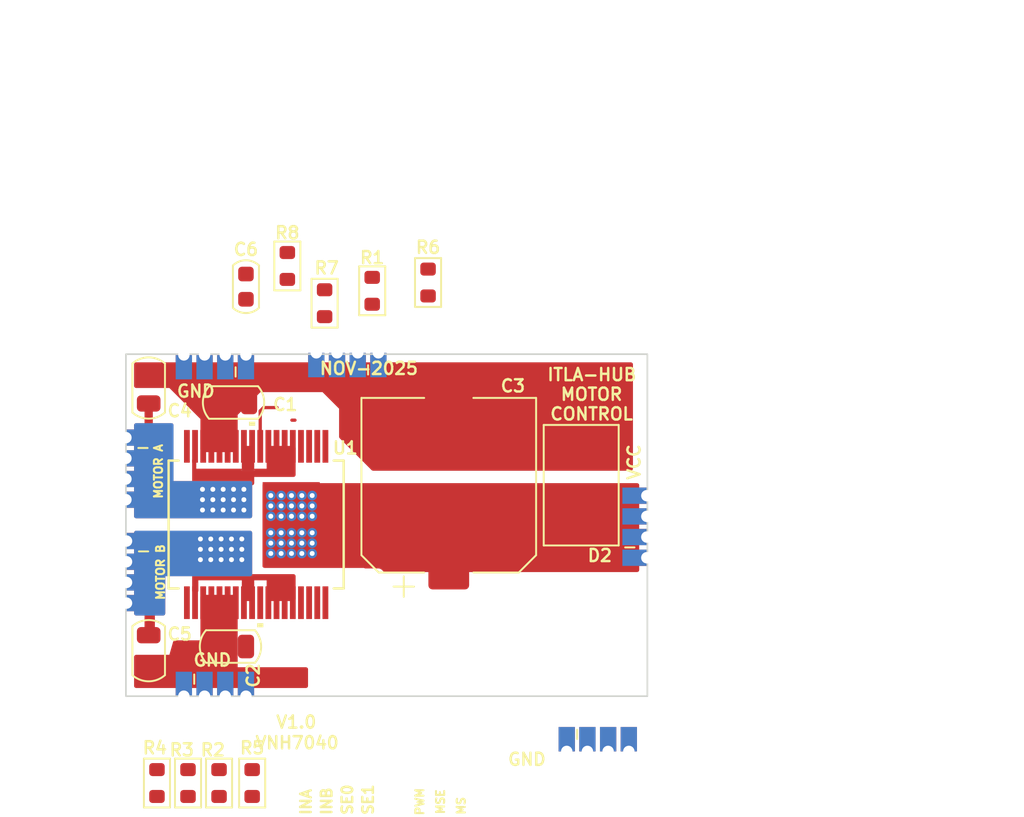
<source format=kicad_pcb>
(kicad_pcb (version 20241229) (generator "pcbnew") (generator_version "9.0")
  (layers (0 "F.Cu" signal) (2 "B.Cu" signal) (13 "F.Paste" user) (15 "B.Paste" user) (5 "F.SilkS" user "F.Silkscreen") (7 "B.SilkS" user "B.Silkscreen") (1 "F.Mask" user) (3 "B.Mask" user) (25 "Edge.Cuts" user))
  (net 0 "")
  (net 1 "GND")
  (net 5 "Net-(U1-Sel1)")
  (net 6 "Net-(U1-Sel0)")
  (net 7 "Net-(U1-Input_A)")
  (net 8 "Net-(U1-Input_B)")
  (net 9 "Net-(U1-PWM)")
  (net 10 "VCC")
  (net 11 "Net-(U1-MultiSense_EN)")
  (net 12 "Net-(U1-MultiSense)")
  (net 13 "/motor_a")
  (net 14 "/m_sense")
  (net 15 "/in_a")
  (net 16 "/in_b")
  (net 17 "/sel0")
  (net 18 "/sel1")
  (net 19 "/m_sense_en")
  (net 20 "/pwm")
  (net 21 "/motor_b")
  (footprint "Capacitor_SMD_AKL:C_0805_2012Metric" (layer "F.Cu") (at 113.647 82.956 -90)
    (property "Reference" "C5" (at -1.016 -1.905 180) (layer "F.SilkS") (effects (font (size 0.75 0.75))))
    (property "Value" "C_0805" (hide yes))
    (fp_line (start -1.5 1) (end 1.5 1) (stroke (width 0.12)) (layer "F.SilkS"))
    (fp_line (start 1.5 -1) (end -1.5 -1) (stroke (width 0.12)) (layer "F.SilkS"))
    (fp_arc (start -1.5 1) (mid -1.880894 0) (end -1.5 -1) (stroke (width 0.12)) (layer "F.SilkS"))
    (fp_arc (start 1.5 -1) (mid 1.880894 0) (end 1.5 1) (stroke (width 0.12)) (layer "F.SilkS"))
    (pad "1" smd roundrect (at -0.95 0 270) (size 1 1.45) (layers "F.Cu" "F.Mask" "F.Paste") (net 13 "/motor_a"))
    (pad "2" smd roundrect (at 0.95 0 270) (size 1 1.45) (layers "F.Cu" "F.Mask" "F.Paste") (net 1 "GND"))
  )
  (footprint "Diode_SMD_AKL:D_SMB_TVS" (layer "F.Cu") (at 140.19 72.796 -90)
    (property "Reference" "D2" (at 4.318 -1.143 0) (layer "F.SilkS") (effects (font (size 0.75 0.75))))
    (property "Value" "SMBJ28CA" (hide yes))
    (fp_line (start -3.7 2.3) (end 3.7 2.3) (stroke (width 0.12)) (layer "F.SilkS"))
    (fp_line (start 3.7 2.3) (end 3.7 -2.3) (stroke (width 0.12)) (layer "F.SilkS"))
    (fp_line (start -3.7 -2.3) (end -3.7 2.3) (stroke (width 0.12)) (layer "F.SilkS"))
    (fp_line (start 3.7 -2.3) (end -3.7 -2.3) (stroke (width 0.12)) (layer "F.SilkS"))
    (pad "1" smd roundrect (at -2.15 0 270) (size 2.5 2.3) (layers "F.Cu" "F.Mask" "F.Paste") (roundrect_rratio 0.1086956522) (net 1 "GND"))
    (pad "2" smd roundrect (at 2.15 0 270) (size 2.5 2.3) (layers "F.Cu" "F.Mask" "F.Paste") (roundrect_rratio 0.1086956522) (net 10 "VCC"))
  )
  (footprint "Connector_PinSocket_1.27mm:PinSocket_1x04_P1.27mm_Castellated" (layer "F.Cu") (at 115.806 85.75 90)
    (property "Reference" "J7" (hide yes))
    (property "Value" "Conn_01x04_Socket")
    (fp_line (start 0.76 0.635) (end 1.33 0.635) (stroke (width 0.12)) (layer "F.SilkS"))
    (pad "1" thru_hole rect (at 0 0 90) (size 1.5 1) (drill 0.7 (offset 0.75 0)) (property pad_prop_castellated) (layers "*.Cu" "*.Mask") (net 1 "GND"))
    (pad "2" thru_hole rect (at 0 1.27 90) (size 1.5 1) (drill 0.7 (offset 0.75 0)) (property pad_prop_castellated) (layers "*.Cu" "*.Mask") (net 1 "GND"))
    (pad "3" thru_hole rect (at 0 2.54 90) (size 1.5 1) (drill 0.7 (offset 0.75 0)) (property pad_prop_castellated) (layers "*.Cu" "*.Mask") (net 1 "GND"))
    (pad "4" thru_hole rect (at 0 3.81 90) (size 1.5 1) (drill 0.7 (offset 0.75 0)) (property pad_prop_castellated) (layers "*.Cu" "*.Mask") (net 1 "GND"))
  )
  (footprint "Capacitor_SMD_AKL:C_0805_2012Metric" (layer "F.Cu") (at 113.647 66.827 90)
    (property "Reference" "C4" (at -1.397 1.905 180) (layer "F.SilkS") (effects (font (size 0.75 0.75))))
    (property "Value" "C_0805" (hide yes))
    (fp_line (start 1.5 -1) (end -1.5 -1) (stroke (width 0.12)) (layer "F.SilkS"))
    (fp_line (start -1.5 1) (end 1.5 1) (stroke (width 0.12)) (layer "F.SilkS"))
    (fp_arc (start 1.5 -1) (mid 1.880894 0) (end 1.5 1) (stroke (width 0.12)) (layer "F.SilkS"))
    (fp_arc (start -1.5 1) (mid -1.880894 0) (end -1.5 -1) (stroke (width 0.12)) (layer "F.SilkS"))
    (pad "1" smd roundrect (at -0.95 0 90) (size 1 1.45) (layers "F.Cu" "F.Mask" "F.Paste") (net 21 "/motor_b"))
    (pad "2" smd roundrect (at 0.95 0 90) (size 1 1.45) (layers "F.Cu" "F.Mask" "F.Paste") (net 1 "GND"))
  )
  (footprint "Connector_PinSocket_1.27mm:PinSocket_1x04_P1.27mm_Castellated" (layer "F.Cu") (at 112.25 69.875)
    (property "Reference" "J6" (hide yes))
    (property "Value" "Conn_01x04_Socket")
    (fp_line (start 0.76 0.635) (end 1.33 0.635) (stroke (width 0.12)) (layer "F.SilkS"))
    (pad "1" thru_hole rect (at 0 0) (size 1.5 1) (drill 0.7 (offset 0.75 0)) (property pad_prop_castellated) (layers "*.Cu" "*.Mask") (net 21 "/motor_b"))
    (pad "2" thru_hole rect (at 0 1.27) (size 1.5 1) (drill 0.7 (offset 0.75 0)) (property pad_prop_castellated) (layers "*.Cu" "*.Mask") (net 21 "/motor_b"))
    (pad "3" thru_hole rect (at 0 2.54) (size 1.5 1) (drill 0.7 (offset 0.75 0)) (property pad_prop_castellated) (layers "*.Cu" "*.Mask") (net 21 "/motor_b"))
    (pad "4" thru_hole rect (at 0 3.81) (size 1.5 1) (drill 0.7 (offset 0.75 0)) (property pad_prop_castellated) (layers "*.Cu" "*.Mask") (net 21 "/motor_b"))
  )
  (footprint "Connector_PinSocket_1.27mm:PinSocket_1x04_P1.27mm_Castellated" (layer "F.Cu") (at 119.616 64.795 -90)
    (property "Reference" "J4" (hide yes))
    (property "Value" "Conn_01x04_Socket")
    (fp_line (start 0.76 0.635) (end 1.33 0.635) (stroke (width 0.12)) (layer "F.SilkS"))
    (pad "1" thru_hole rect (at 0 0 270) (size 1.5 1) (drill 0.7 (offset 0.75 0)) (property pad_prop_castellated) (layers "*.Cu" "*.Mask") (net 1 "GND"))
    (pad "2" thru_hole rect (at 0 1.27 270) (size 1.5 1) (drill 0.7 (offset 0.75 0)) (property pad_prop_castellated) (layers "*.Cu" "*.Mask") (net 1 "GND"))
    (pad "3" thru_hole rect (at 0 2.54 270) (size 1.5 1) (drill 0.7 (offset 0.75 0)) (property pad_prop_castellated) (layers "*.Cu" "*.Mask") (net 1 "GND"))
    (pad "4" thru_hole rect (at 0 3.81 270) (size 1.5 1) (drill 0.7 (offset 0.75 0)) (property pad_prop_castellated) (layers "*.Cu" "*.Mask") (net 1 "GND"))
  )
  (footprint "Capacitor_SMD:CP_Elec_10x14.3" (layer "F.Cu") (at 132.062 72.796 90)
    (property "Reference" "C3" (at 6.096 3.937 0) (layer "F.SilkS") (effects (font (size 0.75 0.75))))
    (property "Value" "470uF")
    (fp_line (start 5.36 -5.36) (end 5.36 -1.51) (stroke (width 0.12)) (layer "F.SilkS"))
    (fp_line (start -4.295563 -5.36) (end 5.36 -5.36) (stroke (width 0.12)) (layer "F.SilkS"))
    (fp_line (start -5.36 -4.295563) (end -4.295563 -5.36) (stroke (width 0.12)) (layer "F.SilkS"))
    (fp_line (start -5.36 -4.295563) (end -5.36 -1.51) (stroke (width 0.12)) (layer "F.SilkS"))
    (fp_line (start -6.225 -3.385) (end -6.225 -2.135) (stroke (width 0.12)) (layer "F.SilkS"))
    (fp_line (start -6.85 -2.76) (end -5.6 -2.76) (stroke (width 0.12)) (layer "F.SilkS"))
    (fp_line (start -5.36 4.295563) (end -5.36 1.51) (stroke (width 0.12)) (layer "F.SilkS"))
    (fp_line (start -5.36 4.295563) (end -4.295563 5.36) (stroke (width 0.12)) (layer "F.SilkS"))
    (fp_line (start 5.36 5.36) (end 5.36 1.51) (stroke (width 0.12)) (layer "F.SilkS"))
    (fp_line (start -4.295563 5.36) (end 5.36 5.36) (stroke (width 0.12)) (layer "F.SilkS"))
    (pad "1" smd roundrect (at -4.2 0 90) (size 4.4 2.5) (layers "F.Cu" "F.Mask" "F.Paste") (roundrect_rratio 0.1) (net 10 "VCC"))
    (pad "2" smd roundrect (at 4.2 0 90) (size 4.4 2.5) (layers "F.Cu" "F.Mask" "F.Paste") (roundrect_rratio 0.1) (net 1 "GND"))
  )
  (footprint "Capacitor_SMD_AKL:C_0805_2012Metric" (layer "F.Cu") (at 118.666 82.702 180)
    (property "Reference" "C2" (at -1.397 -1.778 90) (layer "F.SilkS") (effects (font (size 0.75 0.75))))
    (property "Value" "C_0805" (hide yes))
    (fp_line (start 1.5 -1) (end -1.5 -1) (stroke (width 0.12)) (layer "F.SilkS"))
    (fp_line (start -1.5 1) (end 1.5 1) (stroke (width 0.12)) (layer "F.SilkS"))
    (fp_arc (start 1.5 -1) (mid 1.880894 0) (end 1.5 1) (stroke (width 0.12)) (layer "F.SilkS"))
    (fp_arc (start -1.5 1) (mid -1.880894 0) (end -1.5 -1) (stroke (width 0.12)) (layer "F.SilkS"))
    (pad "1" smd roundrect (at -0.95 0 180) (size 1 1.45) (layers "F.Cu" "F.Mask" "F.Paste") (net 10 "VCC"))
    (pad "2" smd roundrect (at 0.95 0 180) (size 1 1.45) (layers "F.Cu" "F.Mask" "F.Paste") (net 1 "GND"))
  )
  (footprint "Resistor_SMD_AKL:R_0603_1608Metric" (layer "F.Cu") (at 130.792 60.35 90)
    (property "Reference" "R6" (at 2.159 0 180) (layer "F.SilkS") (effects (font (size 0.75 0.75))))
    (property "Value" "R_0603" (hide yes))
    (fp_line (start 1.5 -0.8) (end -1.5 -0.8) (stroke (width 0.12)) (layer "F.SilkS"))
    (fp_line (start -1.5 -0.8) (end -1.5 0.8) (stroke (width 0.12)) (layer "F.SilkS"))
    (fp_line (start 1.5 0.8) (end 1.5 -0.8) (stroke (width 0.12)) (layer "F.SilkS"))
    (fp_line (start -1.5 0.8) (end 1.5 0.8) (stroke (width 0.12)) (layer "F.SilkS"))
    (pad "1" smd roundrect (at -0.825 0 90) (size 0.8 0.95) (layers "F.Cu" "F.Mask" "F.Paste") (net 19 "/m_sense_en"))
    (pad "2" smd roundrect (at 0.825 0 90) (size 0.8 0.95) (layers "F.Cu" "F.Mask" "F.Paste") (net 11 "Net-(U1-MultiSense_EN)"))
  )
  (footprint "Connector_PinSocket_1.27mm:PinSocket_1x04_P1.27mm_Castellated" (layer "F.Cu") (at 139.301 89.142 90)
    (property "Reference" "J2" (hide yes))
    (property "Value" "Conn_01x04_Socket")
    (fp_line (start 0.76 0.635) (end 1.33 0.635) (stroke (width 0.12)) (layer "F.SilkS"))
    (pad "1" thru_hole rect (at 0 0 90) (size 1.5 1) (drill 0.7 (offset 0.75 0)) (property pad_prop_castellated) (layers "*.Cu" "*.Mask") (net 20 "/pwm"))
    (pad "2" thru_hole rect (at 0 1.27 90) (size 1.5 1) (drill 0.7 (offset 0.75 0)) (property pad_prop_castellated) (layers "*.Cu" "*.Mask") (net 15 "/in_a"))
    (pad "3" thru_hole rect (at 0 2.54 90) (size 1.5 1) (drill 0.7 (offset 0.75 0)) (property pad_prop_castellated) (layers "*.Cu" "*.Mask") (net 17 "/sel0"))
    (pad "4" thru_hole rect (at 0 3.81 90) (size 1.5 1) (drill 0.7 (offset 0.75 0)) (property pad_prop_castellated) (layers "*.Cu" "*.Mask"))
  )
  (footprint "Resistor_SMD_AKL:R_0603_1608Metric" (layer "F.Cu") (at 124.442 61.62 90)
    (property "Reference" "R7" (at 2.159 0.127 180) (layer "F.SilkS") (effects (font (size 0.75 0.75))))
    (property "Value" "10k" (hide yes))
    (fp_line (start 1.5 -0.8) (end -1.5 -0.8) (stroke (width 0.12)) (layer "F.SilkS"))
    (fp_line (start -1.5 -0.8) (end -1.5 0.8) (stroke (width 0.12)) (layer "F.SilkS"))
    (fp_line (start 1.5 0.8) (end 1.5 -0.8) (stroke (width 0.12)) (layer "F.SilkS"))
    (fp_line (start -1.5 0.8) (end 1.5 0.8) (stroke (width 0.12)) (layer "F.SilkS"))
    (pad "1" smd roundrect (at -0.825 0 90) (size 0.8 0.95) (layers "F.Cu" "F.Mask" "F.Paste") (net 14 "/m_sense"))
    (pad "2" smd roundrect (at 0.825 0 90) (size 0.8 0.95) (layers "F.Cu" "F.Mask" "F.Paste") (net 12 "Net-(U1-MultiSense)"))
  )
  (footprint "Connector_PinSocket_1.27mm:PinSocket_1x04_P1.27mm_Castellated" (layer "F.Cu") (at 144.217 77.25 180)
    (property "Reference" "J3" (hide yes))
    (property "Value" "Conn_01x04_Socket")
    (fp_line (start 0.76 0.635) (end 1.33 0.635) (stroke (width 0.12)) (layer "F.SilkS"))
    (pad "1" thru_hole rect (at 0 0 180) (size 1.5 1) (drill 0.7 (offset 0.75 0)) (property pad_prop_castellated) (layers "*.Cu" "*.Mask") (net 10 "VCC"))
    (pad "2" thru_hole rect (at 0 1.27 180) (size 1.5 1) (drill 0.7 (offset 0.75 0)) (property pad_prop_castellated) (layers "*.Cu" "*.Mask") (net 10 "VCC"))
    (pad "3" thru_hole rect (at 0 2.54 180) (size 1.5 1) (drill 0.7 (offset 0.75 0)) (property pad_prop_castellated) (layers "*.Cu" "*.Mask") (net 10 "VCC"))
    (pad "4" thru_hole rect (at 0 3.81 180) (size 1.5 1) (drill 0.7 (offset 0.75 0)) (property pad_prop_castellated) (layers "*.Cu" "*.Mask") (net 10 "VCC"))
  )
  (footprint "Resistor_SMD_AKL:R_0603_1608Metric" (layer "F.Cu") (at 122.156 59.334 90)
    (property "Reference" "R8" (at 2.032 0 180) (layer "F.SilkS") (effects (font (size 0.75 0.75))))
    (property "Value" "1k" (hide yes))
    (fp_line (start 1.5 -0.8) (end -1.5 -0.8) (stroke (width 0.12)) (layer "F.SilkS"))
    (fp_line (start -1.5 -0.8) (end -1.5 0.8) (stroke (width 0.12)) (layer "F.SilkS"))
    (fp_line (start 1.5 0.8) (end 1.5 -0.8) (stroke (width 0.12)) (layer "F.SilkS"))
    (fp_line (start -1.5 0.8) (end 1.5 0.8) (stroke (width 0.12)) (layer "F.SilkS"))
    (pad "1" smd roundrect (at -0.825 0 90) (size 0.8 0.95) (layers "F.Cu" "F.Mask" "F.Paste") (net 1 "GND"))
    (pad "2" smd roundrect (at 0.825 0 90) (size 0.8 0.95) (layers "F.Cu" "F.Mask" "F.Paste") (net 12 "Net-(U1-MultiSense)"))
  )
  (footprint "Capacitor_SMD_AKL:C_0603_1608Metric" (layer "F.Cu") (at 119.616 60.604 -90)
    (property "Reference" "C6" (at -2.286 0 0) (layer "F.SilkS") (effects (font (size 0.75 0.75))))
    (property "Value" "33nF" (hide yes))
    (fp_line (start -1.3 0.800002) (end 1.3 0.8) (stroke (width 0.12)) (layer "F.SilkS"))
    (fp_line (start 1.3 -0.800002) (end -1.3 -0.8) (stroke (width 0.12)) (layer "F.SilkS"))
    (fp_arc (start -1.3 0.800002) (mid -1.619939 0.000001) (end -1.3 -0.8) (stroke (width 0.12)) (layer "F.SilkS"))
    (fp_arc (start 1.3 -0.800002) (mid 1.619939 -0.000001) (end 1.3 0.8) (stroke (width 0.12)) (layer "F.SilkS"))
    (pad "1" smd roundrect (at -0.775 0 270) (size 0.9 0.95) (layers "F.Cu" "F.Mask" "F.Paste") (net 14 "/m_sense"))
    (pad "2" smd roundrect (at 0.775 0 270) (size 0.9 0.95) (layers "F.Cu" "F.Mask" "F.Paste") (net 1 "GND"))
  )
  (footprint "Resistor_SMD_AKL:R_0603_1608Metric" (layer "F.Cu") (at 114.155 91.084 90)
    (property "Reference" "R4" (at 2.159 -0.127 180) (layer "F.SilkS") (effects (font (size 0.75 0.75))))
    (property "Value" "R_0603" (hide yes))
    (fp_line (start 1.5 -0.8) (end -1.5 -0.8) (stroke (width 0.12)) (layer "F.SilkS"))
    (fp_line (start -1.5 -0.8) (end -1.5 0.8) (stroke (width 0.12)) (layer "F.SilkS"))
    (fp_line (start 1.5 0.8) (end 1.5 -0.8) (stroke (width 0.12)) (layer "F.SilkS"))
    (fp_line (start -1.5 0.8) (end 1.5 0.8) (stroke (width 0.12)) (layer "F.SilkS"))
    (pad "1" smd roundrect (at -0.825 0 90) (size 0.8 0.95) (layers "F.Cu" "F.Mask" "F.Paste") (net 17 "/sel0"))
    (pad "2" smd roundrect (at 0.825 0 90) (size 0.8 0.95) (layers "F.Cu" "F.Mask" "F.Paste") (net 6 "Net-(U1-Sel0)"))
  )
  (footprint "MG_footprints:POWERSSO-36TP_STM-M" (layer "F.Cu") (at 120.24211 75.209 90)
    (property "Reference" "U1" (at 4.699 5.46989 0) (layer "F.SilkS") (effects (font (size 0.75 0.75))))
    (property "Value" "VNH7040AYTR")
    (fp_line (start 3.9243 -5.3721) (end -3.9243 -5.3721) (stroke (width 0.1524)) (layer "F.SilkS"))
    (fp_line (start -3.9243 -5.3721) (end -3.9243 -4.760539) (stroke (width 0.1524)) (layer "F.SilkS"))
    (fp_line (start 3.9243 -4.760539) (end 3.9243 -5.3721) (stroke (width 0.1524)) (layer "F.SilkS"))
    (fp_line (start -3.9243 4.760539) (end -3.9243 5.3721) (stroke (width 0.1524)) (layer "F.SilkS"))
    (fp_line (start 3.9243 5.3721) (end 3.9243 4.760539) (stroke (width 0.1524)) (layer "F.SilkS"))
    (fp_line (start -3.9243 5.3721) (end 3.9243 5.3721) (stroke (width 0.1524)) (layer "F.SilkS"))
    (fp_poly (pts (xy 6.3119 -0.4405) (xy 6.3119 -0.059499) (xy 6.0579 -0.059499) (xy 6.0579 -0.4405)) (fill yes) (layer "F.SilkS"))
    (fp_poly (pts (xy -6.3119 0.059499) (xy -6.3119 0.4405) (xy -6.0579 0.4405) (xy -6.0579 0.059499)) (fill yes) (layer "F.SilkS"))
    (pad "1" smd rect (at -4.8006 -4.249999 90) (size 2.0066 0.3556) (layers "F.Cu" "F.Mask" "F.Paste"))
    (pad "2" smd rect (at -4.8006 -3.75 90) (size 2.0066 0.3556) (layers "F.Cu" "F.Mask" "F.Paste") (net 13 "/motor_a"))
    (pad "3" smd rect (at -4.8006 -3.250001 90) (size 2.0066 0.3556) (layers "F.Cu" "F.Mask" "F.Paste") (net 1 "GND"))
    (pad "4" smd rect (at -4.8006 -2.75 90) (size 2.0066 0.3556) (layers "F.Cu" "F.Mask" "F.Paste") (net 1 "GND"))
    (pad "5" smd rect (at -4.8006 -2.250001 90) (size 2.0066 0.3556) (layers "F.Cu" "F.Mask" "F.Paste") (net 1 "GND"))
    (pad "6" smd rect (at -4.8006 -1.749999 90) (size 2.0066 0.3556) (layers "F.Cu" "F.Mask" "F.Paste") (net 1 "GND"))
    (pad "7" smd rect (at -4.8006 -1.25 90) (size 2.0066 0.3556) (layers "F.Cu" "F.Mask" "F.Paste") (net 1 "GND"))
    (pad "8" smd rect (at -4.8006 -0.750001 90) (size 2.0066 0.3556) (layers "F.Cu" "F.Mask" "F.Paste") (net 13 "/motor_a"))
    (pad "9" smd rect (at -4.8006 -0.25 90) (size 2.0066 0.3556) (layers "F.Cu" "F.Mask" "F.Paste") (net 13 "/motor_a"))
    (pad "10" smd rect (at -4.8006 0.25 90) (size 2.0066 0.3556) (layers "F.Cu" "F.Mask" "F.Paste") (net 10 "VCC"))
    (pad "11" smd rect (at -4.8006 0.749998 90) (size 2.0066 0.3556) (layers "F.Cu" "F.Mask" "F.Paste") (net 13 "/motor_a"))
    (pad "12" smd rect (at -4.8006 1.25 90) (size 2.0066 0.3556) (layers "F.Cu" "F.Mask" "F.Paste") (net 13 "/motor_a"))
    (pad "13" smd rect (at -4.8006 1.749999 90) (size 2.0066 0.3556) (layers "F.Cu" "F.Mask" "F.Paste") (net 13 "/motor_a"))
    (pad "14" smd rect (at -4.8006 2.250001 90) (size 2.0066 0.3556) (layers "F.Cu" "F.Mask" "F.Paste") (net 13 "/motor_a"))
    (pad "15" smd rect (at -4.8006 2.75 90) (size 2.0066 0.3556) (layers "F.Cu" "F.Mask" "F.Paste") (net 6 "Net-(U1-Sel0)"))
    (pad "16" smd rect (at -4.8006 3.249999 90) (size 2.0066 0.3556) (layers "F.Cu" "F.Mask" "F.Paste") (net 7 "Net-(U1-Input_A)"))
    (pad "17" smd rect (at -4.8006 3.75 90) (size 2.0066 0.3556) (layers "F.Cu" "F.Mask" "F.Paste") (net 9 "Net-(U1-PWM)"))
    (pad "18" smd rect (at -4.8006 4.249999 90) (size 2.0066 0.3556) (layers "F.Cu" "F.Mask" "F.Paste"))
    (pad "19" smd rect (at 4.8006 4.249999 90) (size 2.0066 0.3556) (layers "F.Cu" "F.Mask" "F.Paste") (net 12 "Net-(U1-MultiSense)"))
    (pad "20" smd rect (at 4.8006 3.75 90) (size 2.0066 0.3556) (layers "F.Cu" "F.Mask" "F.Paste") (net 11 "Net-(U1-MultiSense_EN)"))
    (pad "21" smd rect (at 4.8006 3.250001 90) (size 2.0066 0.3556) (layers "F.Cu" "F.Mask" "F.Paste") (net 8 "Net-(U1-Input_B)"))
    (pad "22" smd rect (at 4.8006 2.75 90) (size 2.0066 0.3556) (layers "F.Cu" "F.Mask" "F.Paste") (net 5 "Net-(U1-Sel1)"))
    (pad "23" smd rect (at 4.8006 2.250001 90) (size 2.0066 0.3556) (layers "F.Cu" "F.Mask" "F.Paste") (net 21 "/motor_b"))
    (pad "24" smd rect (at 4.8006 1.749999 90) (size 2.0066 0.3556) (layers "F.Cu" "F.Mask" "F.Paste") (net 21 "/motor_b"))
    (pad "25" smd rect (at 4.8006 1.25 90) (size 2.0066 0.3556) (layers "F.Cu" "F.Mask" "F.Paste") (net 21 "/motor_b"))
    (pad "26" smd rect (at 4.8006 0.750001 90) (size 2.0066 0.3556) (layers "F.Cu" "F.Mask" "F.Paste") (net 21 "/motor_b"))
    (pad "27" smd rect (at 4.8006 0.25 90) (size 2.0066 0.3556) (layers "F.Cu" "F.Mask" "F.Paste") (net 10 "VCC"))
    (pad "28" smd rect (at 4.8006 -0.25 90) (size 2.0066 0.3556) (layers "F.Cu" "F.Mask" "F.Paste") (net 21 "/motor_b"))
    (pad "29" smd rect (at 4.8006 -0.749998 90) (size 2.0066 0.3556) (layers "F.Cu" "F.Mask" "F.Paste") (net 21 "/motor_b"))
    (pad "30" smd rect (at 4.8006 -1.25 90) (size 2.0066 0.3556) (layers "F.Cu" "F.Mask" "F.Paste") (net 1 "GND"))
    (pad "31" smd rect (at 4.8006 -1.749999 90) (size 2.0066 0.3556) (layers "F.Cu" "F.Mask" "F.Paste") (net 1 "GND"))
    (pad "32" smd rect (at 4.8006 -2.250001 90) (size 2.0066 0.3556) (layers "F.Cu" "F.Mask" "F.Paste") (net 1 "GND"))
    (pad "33" smd rect (at 4.8006 -2.75 90) (size 2.0066 0.3556) (layers "F.Cu" "F.Mask" "F.Paste") (net 1 "GND"))
    (pad "34" smd rect (at 4.8006 -3.249999 90) (size 2.0066 0.3556) (layers "F.Cu" "F.Mask" "F.Paste") (net 1 "GND"))
    (pad "35" smd rect (at 4.8006 -3.75 90) (size 2.0066 0.3556) (layers "F.Cu" "F.Mask" "F.Paste") (net 21 "/motor_b"))
    (pad "36" smd rect (at 4.8006 -4.249999 90) (size 2.0066 0.3556) (layers "F.Cu" "F.Mask" "F.Paste"))
    (pad "37" smd rect (at 0 2.15011 90) (size 5.207 3.5052) (layers "F.Cu" "F.Mask" "F.Paste") (net 10 "VCC"))
    (pad "38" smd rect (at -1.575054 -2.15011 90) (size 2.1082 3.5052) (layers "F.Cu" "F.Mask" "F.Paste") (net 13 "/motor_a"))
    (pad "39" smd rect (at 1.575054 -2.15011 90) (size 2.1082 3.5052) (layers "F.Cu" "F.Mask" "F.Paste") (net 21 "/motor_b"))
  )
  (footprint "Resistor_SMD_AKL:R_0603_1608Metric" (layer "F.Cu") (at 117.965 91.084 90)
    (property "Reference" "R2" (at 2.032 -0.381 180) (layer "F.SilkS") (effects (font (size 0.75 0.75))))
    (property "Value" "R_0603" (hide yes))
    (fp_line (start 1.5 -0.8) (end -1.5 -0.8) (stroke (width 0.12)) (layer "F.SilkS"))
    (fp_line (start -1.5 -0.8) (end -1.5 0.8) (stroke (width 0.12)) (layer "F.SilkS"))
    (fp_line (start 1.5 0.8) (end 1.5 -0.8) (stroke (width 0.12)) (layer "F.SilkS"))
    (fp_line (start -1.5 0.8) (end 1.5 0.8) (stroke (width 0.12)) (layer "F.SilkS"))
    (pad "1" smd roundrect (at -0.825 0 90) (size 0.8 0.95) (layers "F.Cu" "F.Mask" "F.Paste") (net 16 "/in_b"))
    (pad "2" smd roundrect (at 0.825 0 90) (size 0.8 0.95) (layers "F.Cu" "F.Mask" "F.Paste") (net 8 "Net-(U1-Input_B)"))
  )
  (footprint "Resistor_SMD_AKL:R_0603_1608Metric" (layer "F.Cu") (at 119.997 91.084 90)
    (property "Reference" "R5" (at 2.159 0 180) (layer "F.SilkS") (effects (font (size 0.75 0.75))))
    (property "Value" "R_0603" (hide yes))
    (fp_line (start 1.5 -0.8) (end -1.5 -0.8) (stroke (width 0.12)) (layer "F.SilkS"))
    (fp_line (start -1.5 -0.8) (end -1.5 0.8) (stroke (width 0.12)) (layer "F.SilkS"))
    (fp_line (start 1.5 0.8) (end 1.5 -0.8) (stroke (width 0.12)) (layer "F.SilkS"))
    (fp_line (start -1.5 0.8) (end 1.5 0.8) (stroke (width 0.12)) (layer "F.SilkS"))
    (pad "1" smd roundrect (at -0.825 0 90) (size 0.8 0.95) (layers "F.Cu" "F.Mask" "F.Paste") (net 20 "/pwm"))
    (pad "2" smd roundrect (at 0.825 0 90) (size 0.8 0.95) (layers "F.Cu" "F.Mask" "F.Paste") (net 9 "Net-(U1-PWM)"))
  )
  (footprint "Resistor_SMD_AKL:R_0603_1608Metric" (layer "F.Cu") (at 116.06 91.084 90)
    (property "Reference" "R3" (at 2.032 -0.381 180) (layer "F.SilkS") (effects (font (size 0.75 0.75))))
    (property "Value" "R_0603" (hide yes))
    (fp_line (start 1.5 -0.8) (end -1.5 -0.8) (stroke (width 0.12)) (layer "F.SilkS"))
    (fp_line (start -1.5 -0.8) (end -1.5 0.8) (stroke (width 0.12)) (layer "F.SilkS"))
    (fp_line (start 1.5 0.8) (end 1.5 -0.8) (stroke (width 0.12)) (layer "F.SilkS"))
    (fp_line (start -1.5 0.8) (end 1.5 0.8) (stroke (width 0.12)) (layer "F.SilkS"))
    (pad "1" smd roundrect (at -0.825 0 90) (size 0.8 0.95) (layers "F.Cu" "F.Mask" "F.Paste") (net 15 "/in_a"))
    (pad "2" smd roundrect (at 0.825 0 90) (size 0.8 0.95) (layers "F.Cu" "F.Mask" "F.Paste") (net 7 "Net-(U1-Input_A)"))
  )
  (footprint "Resistor_SMD_AKL:R_0603_1608Metric" (layer "F.Cu") (at 127.363 60.858 90)
    (property "Reference" "R1" (at 2.032 0 180) (layer "F.SilkS") (effects (font (size 0.75 0.75))))
    (property "Value" "1k" (hide yes))
    (fp_line (start 1.5 -0.8) (end -1.5 -0.8) (stroke (width 0.12)) (layer "F.SilkS"))
    (fp_line (start -1.5 -0.8) (end -1.5 0.8) (stroke (width 0.12)) (layer "F.SilkS"))
    (fp_line (start 1.5 0.8) (end 1.5 -0.8) (stroke (width 0.12)) (layer "F.SilkS"))
    (fp_line (start -1.5 0.8) (end 1.5 0.8) (stroke (width 0.12)) (layer "F.SilkS"))
    (pad "1" smd roundrect (at -0.825 0 90) (size 0.8 0.95) (layers "F.Cu" "F.Mask" "F.Paste") (net 18 "/sel1"))
    (pad "2" smd roundrect (at 0.825 0 90) (size 0.8 0.95) (layers "F.Cu" "F.Mask" "F.Paste") (net 5 "Net-(U1-Sel1)"))
  )
  (footprint "Connector_PinSocket_1.27mm:PinSocket_1x04_P1.27mm_Castellated" (layer "F.Cu") (at 127.744 64.668 -90)
    (property "Reference" "J1" (hide yes))
    (property "Value" "Conn_01x04_Socket")
    (fp_line (start 0.76 0.635) (end 1.33 0.635) (stroke (width 0.12)) (layer "F.SilkS"))
    (pad "1" thru_hole rect (at 0 0 270) (size 1.5 1) (drill 0.7 (offset 0.75 0)) (property pad_prop_castellated) (layers "*.Cu" "*.Mask") (net 14 "/m_sense"))
    (pad "2" thru_hole rect (at 0 1.27 270) (size 1.5 1) (drill 0.7 (offset 0.75 0)) (property pad_prop_castellated) (layers "*.Cu" "*.Mask") (net 19 "/m_sense_en"))
    (pad "3" thru_hole rect (at 0 2.54 270) (size 1.5 1) (drill 0.7 (offset 0.75 0)) (property pad_prop_castellated) (layers "*.Cu" "*.Mask") (net 16 "/in_b"))
    (pad "4" thru_hole rect (at 0 3.81 270) (size 1.5 1) (drill 0.7 (offset 0.75 0)) (property pad_prop_castellated) (layers "*.Cu" "*.Mask") (net 18 "/sel1"))
  )
  (footprint "Connector_PinSocket_1.27mm:PinSocket_1x04_P1.27mm_Castellated" (layer "F.Cu") (at 112.287 76.225)
    (property "Reference" "J5" (hide yes))
    (property "Value" "Conn_01x04_Socket")
    (fp_line (start 0.76 0.635) (end 1.33 0.635) (stroke (width 0.12)) (layer "F.SilkS"))
    (pad "1" thru_hole rect (at 0 0) (size 1.5 1) (drill 0.7 (offset 0.75 0)) (property pad_prop_castellated) (layers "*.Cu" "*.Mask") (net 13 "/motor_a"))
    (pad "2" thru_hole rect (at 0 1.27) (size 1.5 1) (drill 0.7 (offset 0.75 0)) (property pad_prop_castellated) (layers "*.Cu" "*.Mask") (net 13 "/motor_a"))
    (pad "3" thru_hole rect (at 0 2.54) (size 1.5 1) (drill 0.7 (offset 0.75 0)) (property pad_prop_castellated) (layers "*.Cu" "*.Mask") (net 13 "/motor_a"))
    (pad "4" thru_hole rect (at 0 3.81) (size 1.5 1) (drill 0.7 (offset 0.75 0)) (property pad_prop_castellated) (layers "*.Cu" "*.Mask") (net 13 "/motor_a"))
  )
  (footprint "Capacitor_SMD_AKL:C_0805_2012Metric" (layer "F.Cu") (at 118.854 67.716 180)
    (property "Reference" "C1" (at -3.175 -0.127 0) (layer "F.SilkS") (effects (font (size 0.75 0.75))))
    (property "Value" "C_0805" (hide yes))
    (fp_line (start 1.5 -1) (end -1.5 -1) (stroke (width 0.12)) (layer "F.SilkS"))
    (fp_line (start -1.5 1) (end 1.5 1) (stroke (width 0.12)) (layer "F.SilkS"))
    (fp_arc (start 1.5 -1) (mid 1.880894 0) (end 1.5 1) (stroke (width 0.12)) (layer "F.SilkS"))
    (fp_arc (start -1.5 1) (mid -1.880894 0) (end -1.5 -1) (stroke (width 0.12)) (layer "F.SilkS"))
    (pad "1" smd roundrect (at -0.95 0 180) (size 1 1.45) (layers "F.Cu" "F.Mask" "F.Paste") (net 10 "VCC"))
    (pad "2" smd roundrect (at 0.95 0 180) (size 1 1.45) (layers "F.Cu" "F.Mask" "F.Paste") (net 1 "GND"))
  )
  (gr_rect (start 112.25 64.75) (end 144.25 85.75) (stroke (width 0.1)) (fill no) (layer "Edge.Cuts"))
  (gr_text "GND" (at 135.618 90.068 0) (layer "F.SilkS") (effects (font (size 0.75 0.75) (thickness 0.15) (bold yes)) (justify left bottom)))
  (gr_text "GND" (at 116.314 83.972 0) (layer "F.SilkS") (effects (font (size 0.75 0.75) (thickness 0.15) (bold yes)) (justify left bottom)))
  (gr_text "INB" (at 124.95 93.116 90) (layer "F.SilkS") (effects (font (size 0.65 0.65) (thickness 0.15) (bold yes)) (justify left bottom)))
  (gr_text "VNH7040" (at 120.124 89.052 0) (layer "F.SilkS") (effects (font (size 0.75 0.75) (thickness 0.15) (bold yes)) (justify left bottom)))
  (gr_text "VCC" (at 143.873 72.542 90) (layer "F.SilkS") (effects (font (size 0.75 0.75) (thickness 0.15) (bold yes)) (justify left bottom)))
  (gr_text "MOTOR A" (at 114.536 73.685 90) (layer "F.SilkS") (effects (font (size 0.5 0.5) (thickness 0.125) (bold yes)) (justify left bottom)))
  (gr_text "MOTOR\nCONTROL" (at 140.825 68.859 0) (layer "F.SilkS") (effects (font (size 0.75 0.75) (thickness 0.15) (bold yes)) (justify bottom)))
  (gr_text "MS" (at 132.824 92.481 90) (layer "F.SilkS") (effects (font (size 0.5 0.5) (thickness 0.125) (bold yes))))
  (gr_text "MSE" (at 131.554 92.227 90) (layer "F.SilkS") (effects (font (size 0.5 0.5) (thickness 0.125) (bold yes))))
  (gr_text "SE0" (at 126.22 93.116 90) (layer "F.SilkS") (effects (font (size 0.65 0.65) (thickness 0.15) (bold yes)) (justify left bottom)))
  (gr_text "PWM" (at 130.284 92.227 90) (layer "F.SilkS") (effects (font (size 0.5 0.5) (thickness 0.125) (bold yes))))
  (gr_text "GND" (at 115.298 67.462 0) (layer "F.SilkS") (effects (font (size 0.75 0.75) (thickness 0.15) (bold yes)) (justify left bottom)))
  (gr_text "SE1" (at 127.49 93.116 90) (layer "F.SilkS") (effects (font (size 0.65 0.65) (thickness 0.15) (bold yes)) (justify left bottom)))
  (gr_text "NOV-2025" (at 124.061 66.065 0) (layer "F.SilkS") (effects (font (size 0.75 0.75) (thickness 0.15) (bold yes)) (justify left bottom)))
  (gr_text "INA" (at 123.68 93.116 90) (layer "F.SilkS") (effects (font (size 0.65 0.65) (thickness 0.15) (bold yes)) (justify left bottom)))
  (gr_text "ITLA-HUB" (at 138.031 66.446 0) (layer "F.SilkS") (effects (font (size 0.75 0.75) (thickness 0.15) (bold yes)) (justify left bottom)))
  (gr_text "MOTOR B" (at 114.663 79.908 90) (layer "F.SilkS") (effects (font (size 0.5 0.5) (thickness 0.125) (bold yes)) (justify left bottom)))
  (gr_text "V1.0" (at 121.394 87.782 0) (layer "F.SilkS") (effects (font (size 0.75 0.75) (thickness 0.15) (bold yes)) (justify left bottom)))
  (segment (start 122.624052 68.801869) (end 122.435504 68.801869) (width 0.2) (layer "F.Cu") (net 5))
  (segment (start 120.49211 70.4084) (end 120.49211 68.23689) (width 0.2) (layer "F.Cu") (net 10))
  (segment (start 120.505 80.02249) (end 120.49211 80.0096) (width 0.2) (layer "F.Cu") (net 10))
  (segment (start 120.49211 68.23689) (end 120.698 68.031) (width 0.2) (layer "F.Cu") (net 10))
  (segment (start 120.698 68.031) (end 121.521 68.031) (width 0.2) (layer "F.Cu") (net 10))
  (via (at 123.045 74.066) (size 0.6) (drill 0.3) (layers "F.Cu" "B.Cu") (net 10))
  (via (at 123.68 74.701) (size 0.6) (drill 0.3) (layers "F.Cu" "B.Cu") (net 10))
  (via (at 122.41 75.717) (size 0.6) (drill 0.3) (layers "F.Cu" "B.Cu") (net 10))
  (via (at 121.14 76.987) (size 0.6) (drill 0.3) (layers "F.Cu" "B.Cu") (net 10))
  (via (at 123.68 74.066) (size 0.6) (drill 0.3) (layers "F.Cu" "B.Cu") (net 10))
  (via (at 121.14 73.431) (size 0.6) (drill 0.3) (layers "F.Cu" "B.Cu") (net 10))
  (via (at 121.14 74.701) (size 0.6) (drill 0.3) (layers "F.Cu" "B.Cu") (net 10))
  (via (at 121.775 75.717) (size 0.6) (drill 0.3) (layers "F.Cu" "B.Cu") (net 10))
  (via (at 121.775 74.066) (size 0.6) (drill 0.3) (layers "F.Cu" "B.Cu") (net 10))
  (via (at 122.41 74.701) (size 0.6) (drill 0.3) (layers "F.Cu" "B.Cu") (net 10))
  (via (at 123.68 76.352) (size 0.6) (drill 0.3) (layers "F.Cu" "B.Cu") (net 10))
  (via (at 123.045 76.352) (size 0.6) (drill 0.3) (layers "F.Cu" "B.Cu") (net 10))
  (via (at 122.41 76.987) (size 0.6) (drill 0.3) (layers "F.Cu" "B.Cu") (net 10))
  (via (at 121.775 76.987) (size 0.6) (drill 0.3) (layers "F.Cu" "B.Cu") (net 10))
  (via (at 121.14 75.717) (size 0.6) (drill 0.3) (layers "F.Cu" "B.Cu") (net 10))
  (via (at 121.775 73.431) (size 0.6) (drill 0.3) (layers "F.Cu" "B.Cu") (net 10))
  (via (at 123.68 76.987) (size 0.6) (drill 0.3) (layers "F.Cu" "B.Cu") (net 10))
  (via (at 121.14 76.352) (size 0.6) (drill 0.3) (layers "F.Cu" "B.Cu") (net 10))
  (via (at 123.045 74.701) (size 0.6) (drill 0.3) (layers "F.Cu" "B.Cu") (net 10))
  (via (at 122.41 76.352) (size 0.6) (drill 0.3) (layers "F.Cu" "B.Cu") (net 10))
  (via (at 121.775 76.352) (size 0.6) (drill 0.3) (layers "F.Cu" "B.Cu") (net 10))
  (via (at 122.41 74.066) (size 0.6) (drill 0.3) (layers "F.Cu" "B.Cu") (net 10))
  (via (at 123.68 73.431) (size 0.6) (drill 0.3) (layers "F.Cu" "B.Cu") (net 10))
  (via (at 121.775 74.701) (size 0.6) (drill 0.3) (layers "F.Cu" "B.Cu") (net 10))
  (via (at 123.045 75.717) (size 0.6) (drill 0.3) (layers "F.Cu" "B.Cu") (net 10))
  (via (at 123.045 76.987) (size 0.6) (drill 0.3) (layers "F.Cu" "B.Cu") (net 10))
  (via (at 123.045 73.431) (size 0.6) (drill 0.3) (layers "F.Cu" "B.Cu") (net 10))
  (via (at 122.41 73.431) (size 0.6) (drill 0.3) (layers "F.Cu" "B.Cu") (net 10))
  (via (at 121.14 74.066) (size 0.6) (drill 0.3) (layers "F.Cu" "B.Cu") (net 10))
  (via (at 123.68 75.717) (size 0.6) (drill 0.3) (layers "F.Cu" "B.Cu") (net 10))
  (via (at 119.362 76.733) (size 0.6) (drill 0.3) (layers "F.Cu" "B.Cu") (net 13))
  (via (at 118.092 77.368) (size 0.6) (drill 0.3) (layers "F.Cu" "B.Cu") (net 13))
  (via (at 118.727 77.368) (size 0.6) (drill 0.3) (layers "F.Cu" "B.Cu") (net 13))
  (via (at 119.362 77.368) (size 0.6) (drill 0.3) (layers "F.Cu" "B.Cu") (net 13))
  (via (at 118.092 76.733) (size 0.6) (drill 0.3) (layers "F.Cu" "B.Cu") (net 13))
  (via (at 117.457 77.368) (size 0.6) (drill 0.3) (layers "F.Cu" "B.Cu") (net 13))
  (via (at 116.822 77.368) (size 0.6) (drill 0.3) (layers "F.Cu" "B.Cu") (net 13))
  (via (at 117.457 76.098) (size 0.6) (drill 0.3) (layers "F.Cu" "B.Cu") (net 13))
  (via (at 116.822 76.733) (size 0.6) (drill 0.3) (layers "F.Cu" "B.Cu") (net 13))
  (via (at 116.822 76.098) (size 0.6) (drill 0.3) (layers "F.Cu" "B.Cu") (net 13))
  (via (at 117.457 76.733) (size 0.6) (drill 0.3) (layers "F.Cu" "B.Cu") (net 13))
  (via (at 118.727 76.733) (size 0.6) (drill 0.3) (layers "F.Cu" "B.Cu") (net 13))
  (via (at 118.092 76.098) (size 0.6) (drill 0.3) (layers "F.Cu" "B.Cu") (net 13))
  (via (at 119.362 76.098) (size 0.6) (drill 0.3) (layers "F.Cu" "B.Cu") (net 13))
  (via (at 118.727 76.098) (size 0.6) (drill 0.3) (layers "F.Cu" "B.Cu") (net 13))
  (via (at 118.219 74.32) (size 0.6) (drill 0.3) (layers "F.Cu" "B.Cu") (net 21))
  (via (at 118.854 73.685) (size 0.6) (drill 0.3) (layers "F.Cu" "B.Cu") (net 21))
  (via (at 117.584 74.32) (size 0.6) (drill 0.3) (layers "F.Cu" "B.Cu") (net 21))
  (via (at 116.949 73.685) (size 0.6) (drill 0.3) (layers "F.Cu" "B.Cu") (net 21))
  (via (at 117.584 73.05) (size 0.6) (drill 0.3) (layers "F.Cu" "B.Cu") (net 21))
  (via (at 117.584 73.685) (size 0.6) (drill 0.3) (layers "F.Cu" "B.Cu") (net 21))
  (via (at 119.489 74.32) (size 0.6) (drill 0.3) (layers "F.Cu" "B.Cu") (net 21))
  (via (at 119.489 73.685) (size 0.6) (drill 0.3) (layers "F.Cu" "B.Cu") (net 21))
  (via (at 118.854 74.32) (size 0.6) (drill 0.3) (layers "F.Cu" "B.Cu") (net 21))
  (via (at 118.854 73.05) (size 0.6) (drill 0.3) (layers "F.Cu" "B.Cu") (net 21))
  (via (at 119.489 73.05) (size 0.6) (drill 0.3) (layers "F.Cu" "B.Cu") (net 21))
  (via (at 118.219 73.05) (size 0.6) (drill 0.3) (layers "F.Cu" "B.Cu") (net 21))
  (via (at 116.949 73.05) (size 0.6) (drill 0.3) (layers "F.Cu" "B.Cu") (net 21))
  (via (at 116.949 74.32) (size 0.6) (drill 0.3) (layers "F.Cu" "B.Cu") (net 21))
  (via (at 118.219 73.685) (size 0.6) (drill 0.3) (layers "F.Cu" "B.Cu") (net 21))
  (zone (net 21) (net_name "/motor_b") (layer "F.Cu") (priority 4) (connect_pads yes (clearance 0.1)) (min_thickness 0.25) (fill yes (thermal_gap 0.5) (thermal_bridge_width 0.5))
    (polygon (pts (xy 119.362 70.383) (xy 120.124 70.383) (xy 120.124 71.907) (xy 119.362 71.907)))
  )
  (zone (net 21) (net_name "/motor_b") (layer "F.Cu") (priority 3) (connect_pads yes (clearance 0.1)) (min_thickness 0.25) (fill yes (thermal_gap 0.5) (thermal_bridge_width 0.5))
    (polygon (pts (xy 122.664 70.383) (xy 120.886 70.383) (xy 120.886 71.78) (xy 116.568 71.78) (xy 116.568 71.145) (xy 116.314 71.145) (xy 116.314 72.796) (xy 120.124 72.796) (xy 120.124 72.288) (xy 122.664 72.288)))
  )
  (zone (net 21) (net_name "/motor_b") (layer "F.Cu") (priority 6) (connect_pads yes (clearance 0.1)) (min_thickness 0.25) (fill yes (thermal_gap 0.5) (thermal_bridge_width 0.5))
    (polygon (pts (xy 113.393 69.113) (xy 113.393 67.97) (xy 113.901 67.97) (xy 113.901 69.113)))
  )
  (zone (net 10) (net_name "VCC") (layer "F.Cu") (connect_pads yes (clearance 0.25)) (min_thickness 0.25) (fill yes (thermal_gap 0.5) (thermal_bridge_width 0.5))
    (polygon (pts (xy 120.632 72.669) (xy 143.746 72.669) (xy 143.873 78.511) (xy 143.864717 78.13) (xy 127.1725 78.13) (xy 126.855 77.876) (xy 120.632 77.876)))
  )
  (zone (net 1) (net_name "GND") (layer "F.Cu") (priority 10) (connect_pads yes (clearance 0.1)) (min_thickness 0.25) (fill yes (thermal_gap 0.5) (thermal_bridge_width 0.5))
    (polygon (pts (xy 143.365 71.907) (xy 143.365 65.176) (xy 112.758 65.176) (xy 112.504 65.43) (xy 112.504 66.573) (xy 112.758 66.827) (xy 114.917 66.827) (xy 116.822 68.732) (xy 116.822 70.637) (xy 116.949 70.764) (xy 119.108 70.764) (xy 119.108 68.478) (xy 120.505 67.081) (xy 124.315 67.081) (xy 125.331 68.097) (xy 125.331 69.875) (xy 127.363 71.907)))
  )
  (zone (net 13) (net_name "/motor_a") (layer "F.Cu") (priority 5) (connect_pads yes (clearance 0.1)) (min_thickness 0.25) (fill yes (thermal_gap 0.5) (thermal_bridge_width 0.5))
    (polygon (pts (xy 116.314 78.257) (xy 116.314 79.4) (xy 116.695 79.4) (xy 116.695 78.638) (xy 119.362 78.638) (xy 119.362 79.908) (xy 120.124 79.908) (xy 120.124 78.638) (xy 120.886 78.638) (xy 120.886 79.908) (xy 122.664 79.908) (xy 122.664 78.257)))
  )
  (zone (net 1) (net_name "GND") (layer "F.Cu") (priority 9) (connect_pads yes (clearance 0.1)) (min_thickness 0.25) (fill yes (thermal_gap 0.5) (thermal_bridge_width 0.5))
    (polygon (pts (xy 116.822 79.527) (xy 119.108 79.527) (xy 119.108 83.972) (xy 123.426 83.972) (xy 123.426 85.623) (xy 112.504 85.623) (xy 112.504 83.21) (xy 114.917 83.21) (xy 115.171 82.321) (xy 116.822 82.321)))
  )
  (zone (net 13) (net_name "/motor_a") (layer "F.Cu") (priority 8) (connect_pads yes (clearance 0.1)) (min_thickness 0.25) (fill yes (thermal_gap 0.5) (thermal_bridge_width 0.5))
    (polygon (pts (xy 114.028 80.67) (xy 113.393 80.67) (xy 113.393 81.813) (xy 114.028 81.813)))
  )
  (zone (net 21) (net_name "/motor_b") (layers "F.Cu" "B.Cu") (priority 20) (connect_pads yes (clearance 0.25)) (min_thickness 0.25) (fill yes (thermal_gap 0.5) (thermal_bridge_width 0.5))
    (polygon (pts (xy 112.377 68.986) (xy 115.171 68.986) (xy 115.171 72.542) (xy 119.997 72.542) (xy 119.997 74.828) (xy 112.34 74.828)))
  )
  (zone (net 13) (net_name "/motor_a") (layers "F.Cu" "B.Cu") (priority 20) (connect_pads yes (clearance 0.25)) (min_thickness 0.25) (fill yes (thermal_gap 0.5) (thermal_bridge_width 0.5))
    (polygon (pts (xy 112.377 80.797) (xy 114.663 80.797) (xy 114.663 78.384) (xy 119.997 78.384) (xy 119.997 75.59) (xy 112.377 75.59)))
  )
)
</source>
